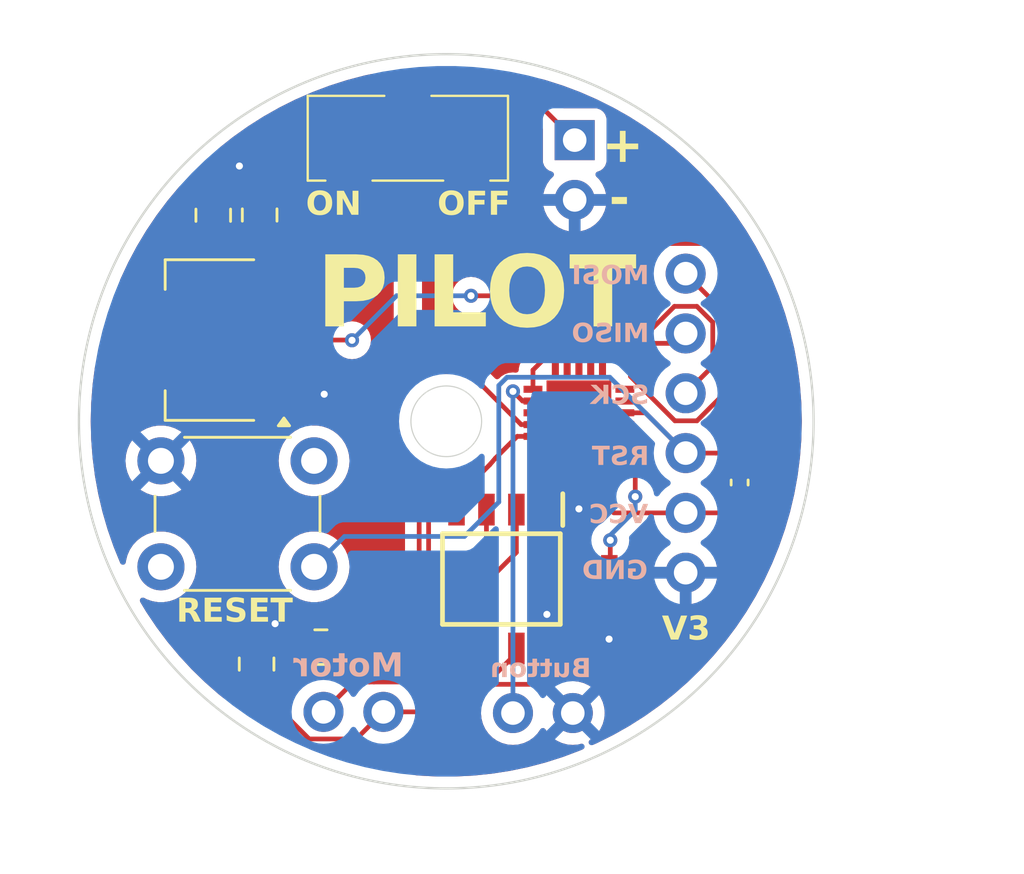
<source format=kicad_pcb>
(kicad_pcb (version 20240108) (generator "pcbnew") (generator_version "8.0")
  (layers (0 "F.Cu" signal) (31 "B.Cu" signal) (34 "B.Paste" user) (35 "F.Paste" user) (36 "B.SilkS" user "B.Silkscreen") (37 "F.SilkS" user "F.Silkscreen") (38 "B.Mask" user) (39 "F.Mask" user) (44 "Edge.Cuts" user))
  (net 0 "")
  (net 1 "GND")
  (net 2 "RIN")
  (net 3 "FIN")
  (net 4 "VCC")
  (net 5 "VCCQ")
  (net 8 "Net-(ATTINY44A1-PA6_(PCINT6{slash}OC1A{slash}SDA{slash}MOSI{slash}DI{slash}ADC6))")
  (net 12 "Net-(ATTINY44A1-PB0_(PCINT8{slash}XTAL1{slash}CLKI))")
  (net 15 "Net-(ATTINY44A1-PA5_(ADC5{slash}DO{slash}MISO{slash}OC1B{slash}PCINT5))")
  (net 17 "Net-(ATTINY44A1-PB3_(PCINT11{slash}~{RESET}{slash}DW))")
  (net 18 "Net-(ATTINY44A1-(ADC4{slash}USCK{slash}SCL{slash}T1{slash}PCINT4)_PA4)")
  (net 22 "Net-(BATT1-+)")
  (net 23 "Net-(H-Bridge1-OUT1)")
  (net 24 "Net-(H-Bridge1-OUT2)")
  (net 25 "NC")
  (net 26 "Net-(ATTINY44A1-(ADC3{slash}T0{slash}PCINT3)_PA3)")
  (footprint "Capacitor_SMD:C_0805_2012Metric" (layer "F.Cu") (at 39.71 54.43 -90)
    (property "Reference" "C4" (hide yes))
    (property "Value" "0.1 uF")
    (fp_line (start -0.261252 0.735) (end 0.261252 0.735) (stroke (width 0.12)) (layer "F.SilkS"))
    (fp_line (start -0.261252 -0.735) (end 0.261252 -0.735) (stroke (width 0.12)) (layer "F.SilkS"))
    (pad "1" smd roundrect (at -0.95 0 270) (size 1 1.45) (layers "F.Cu" "F.Paste" "F.Mask") (net 1 "GND"))
    (pad "2" smd roundrect (at 0.95 0 270) (size 1 1.45) (layers "F.Cu" "F.Paste" "F.Mask") (net 23 "Net-(H-Bridge1-OUT1)"))
  )
  (footprint "CustomParts:Green led" (layer "F.Cu") (at 54.68 51.2 90)
    (property "Reference" "LED1" (hide yes))
    (property "Value" "LED" (hide yes))
    (pad "1" smd rect (at -0.9 0 180) (size 0.7 1) (layers "F.Cu" "F.Paste" "F.Mask") (net 1 "GND"))
    (pad "2" smd rect (at 0.9 0 180) (size 0.7 1) (layers "F.Cu" "F.Paste" "F.Mask") (net 12 "Net-(ATTINY44A1-PB0_(PCINT8{slash}XTAL1{slash}CLKI))"))
  )
  (footprint "Connector_PinHeader_2.54mm:PinHeader_1x06_P2.54mm_Vertical" (layer "F.Cu") (at 57.92 37.85)
    (property "Reference" "Programming-Pins1" (hide yes))
    (property "Value" "Conn_01x06_Socket" (hide yes))
    (pad "1" thru_hole circle (at 0 0) (size 1.7 1.7) (drill 1) (layers "*.Cu" "*.Mask") (net 8 "Net-(ATTINY44A1-PA6_(PCINT6{slash}OC1A{slash}SDA{slash}MOSI{slash}DI{slash}ADC6))"))
    (pad "2" thru_hole oval (at 0 2.54) (size 1.7 1.7) (drill 1) (layers "*.Cu" "*.Mask") (net 15 "Net-(ATTINY44A1-PA5_(ADC5{slash}DO{slash}MISO{slash}OC1B{slash}PCINT5))"))
    (pad "3" thru_hole oval (at 0 5.08) (size 1.7 1.7) (drill 1) (layers "*.Cu" "*.Mask") (net 18 "Net-(ATTINY44A1-(ADC4{slash}USCK{slash}SCL{slash}T1{slash}PCINT4)_PA4)"))
    (pad "4" thru_hole oval (at 0 7.62) (size 1.7 1.7) (drill 1) (layers "*.Cu" "*.Mask") (net 17 "Net-(ATTINY44A1-PB3_(PCINT11{slash}~{RESET}{slash}DW))"))
    (pad "5" thru_hole oval (at 0 10.16) (size 1.7 1.7) (drill 1) (layers "*.Cu" "*.Mask") (net 4 "VCC"))
    (pad "6" thru_hole oval (at 0 12.7) (size 1.7 1.7) (drill 1) (layers "*.Cu" "*.Mask") (net 1 "GND"))
  )
  (footprint "Capacitor_SMD:C_0805_2012Metric" (layer "F.Cu") (at 37.87 35.37 -90)
    (property "Reference" "C2" (hide yes))
    (property "Value" "0.1uF")
    (fp_line (start -0.261252 0.735) (end 0.261252 0.735) (stroke (width 0.12)) (layer "F.SilkS"))
    (fp_line (start -0.261252 -0.735) (end 0.261252 -0.735) (stroke (width 0.12)) (layer "F.SilkS"))
    (pad "1" smd roundrect (at -0.95 0 270) (size 1 1.45) (layers "F.Cu" "F.Paste" "F.Mask") (net 1 "GND"))
    (pad "2" smd roundrect (at 0.95 0 270) (size 1 1.45) (layers "F.Cu" "F.Paste" "F.Mask") (net 4 "VCC"))
  )
  (footprint "Capacitor_SMD:C_0805_2012Metric" (layer "F.Cu") (at 39.84 35.36 90)
    (property "Reference" "C1" (hide yes))
    (property "Value" "0.1uF" (hide yes))
    (fp_line (start -0.261252 -0.735) (end 0.261252 -0.735) (stroke (width 0.12)) (layer "F.SilkS"))
    (fp_line (start -0.261252 0.735) (end 0.261252 0.735) (stroke (width 0.12)) (layer "F.SilkS"))
    (pad "1" smd roundrect (at -0.95 0 90) (size 1 1.45) (layers "F.Cu" "F.Paste" "F.Mask") (net 5 "VCCQ"))
    (pad "2" smd roundrect (at 0.95 0 90) (size 1 1.45) (layers "F.Cu" "F.Paste" "F.Mask") (net 1 "GND"))
  )
  (footprint "CustomParts:JS102011JCQN" (layer "F.Cu") (at 46.13 32.4)
    (property "Reference" "S1" (hide yes))
    (property "Value" "JS102011JCQN" (hide yes))
    (fp_line (start -4.25 -2.1) (end -1 -2.1) (stroke (width 0.1)) (layer "F.SilkS"))
    (fp_line (start -4.25 1.5) (end -4.25 -2.1) (stroke (width 0.1)) (layer "F.SilkS"))
    (fp_line (start -3.5 1.5) (end -4.25 1.5) (stroke (width 0.1)) (layer "F.SilkS"))
    (fp_line (start -1.5 1.5) (end 1.5 1.5) (stroke (width 0.1)) (layer "F.SilkS"))
    (fp_line (start 1 -2.1) (end 4.25 -2.1) (stroke (width 0.1)) (layer "F.SilkS"))
    (fp_line (start 4.25 -2.1) (end 4.25 1.5) (stroke (width 0.1)) (layer "F.SilkS"))
    (fp_line (start 4.25 1.5) (end 3.5 1.5) (stroke (width 0.1)) (layer "F.SilkS"))
    (pad "1" smd rect (at -2.5 0.9) (size 1 1.6) (layers "F.Cu" "F.Paste" "F.Mask") (net 22 "Net-(BATT1-+)"))
    (pad "2" smd rect (at 0 -1.5) (size 1 1.6) (layers "F.Cu" "F.Paste" "F.Mask") (net 5 "VCCQ"))
    (pad "3" smd rect (at 2.5 0.9) (size 1 1.6) (layers "F.Cu" "F.Paste" "F.Mask") (net 25 "NC"))
  )
  (footprint "Connector_PinSocket_2.54mm:PinSocket_1x02_P2.54mm_Vertical" (layer "F.Cu") (at 53.13 56.51 -90)
    (property "Reference" "button1" (hide yes))
    (property "Value" "SW_Push")
    (pad "1" thru_hole circle (at 0 0 270) (size 1.7 1.7) (drill 1) (layers "*.Cu" "*.Mask") (net 1 "GND"))
    (pad "2" thru_hole oval (at 0 2.54 270) (size 1.7 1.7) (drill 1) (layers "*.Cu" "*.Mask") (net 26 "Net-(ATTINY44A1-(ADC3{slash}T0{slash}PCINT3)_PA3)"))
  )
  (footprint "Button_Switch_THT:SW_PUSH_6mm" (layer "F.Cu") (at 35.65 45.8)
    (property "Reference" "button2" (hide yes))
    (property "Value" "SW_Push" (hide yes))
    (fp_line (start -0.25 1.5) (end -0.25 3) (stroke (width 0.12)) (layer "F.SilkS"))
    (fp_line (start 1 5.5) (end 5.5 5.5) (stroke (width 0.12)) (layer "F.SilkS"))
    (fp_line (start 5.5 -1) (end 1 -1) (stroke (width 0.12)) (layer "F.SilkS"))
    (fp_line (start 6.75 3) (end 6.75 1.5) (stroke (width 0.12)) (layer "F.SilkS"))
    (pad "1" thru_hole circle (at 0 0 90) (size 2 2) (drill 1.1) (layers "*.Cu" "*.Mask") (net 1 "GND"))
    (pad "1" thru_hole circle (at 6.5 0 90) (size 2 2) (drill 1.1) (layers "*.Cu" "*.Mask"))
    (pad "2" thru_hole circle (at 0 4.5 90) (size 2 2) (drill 1.1) (layers "*.Cu" "*.Mask"))
    (pad "2" thru_hole circle (at 6.5 4.5 90) (size 2 2) (drill 1.1) (layers "*.Cu" "*.Mask") (net 17 "Net-(ATTINY44A1-PB3_(PCINT11{slash}~{RESET}{slash}DW))"))
  )
  (footprint "Connector_PinSocket_2.54mm:PinSocket_1x02_P2.54mm_Vertical" (layer "F.Cu") (at 53.21 32.18)
    (property "Reference" "BATT1" (hide yes))
    (property "Value" "Battery" (hide yes))
    (pad "1" thru_hole rect (at 0 0) (size 1.7 1.7) (drill 1) (layers "*.Cu" "*.Mask") (net 22 "Net-(BATT1-+)"))
    (pad "2" thru_hole oval (at 0 2.54) (size 1.7 1.7) (drill 1) (layers "*.Cu" "*.Mask") (net 1 "GND"))
  )
  (footprint "Package_TO_SOT_SMD:SOT-223-3_TabPin2" (layer "F.Cu") (at 37.74 40.67 180)
    (property "Reference" "U2" (hide yes))
    (property "Value" "AMS1117-3.3" (hide yes))
    (fp_line (start 1.91 3.41) (end 1.91 2.15) (stroke (width 0.12)) (layer "F.SilkS"))
    (fp_line (start 1.91 -3.41) (end 1.91 -2.15) (stroke (width 0.12)) (layer "F.SilkS"))
    (fp_line (start -1.85 3.41) (end 1.91 3.41) (stroke (width 0.12)) (layer "F.SilkS"))
    (fp_line (start -1.85 -3.41) (end 1.91 -3.41) (stroke (width 0.12)) (layer "F.SilkS"))
    (fp_poly (pts (xy -3.13 -3.31) (xy -3.37 -3.64) (xy -2.89 -3.64) (xy -3.13 -3.31)) (stroke (width 0.12)) (fill solid) (layer "F.SilkS"))
    (pad "1" smd roundrect (at -3.15 -2.3 180) (size 2 1.5) (layers "F.Cu" "F.Paste" "F.Mask") (net 1 "GND"))
    (pad "2" smd roundrect (at -3.15 0 180) (size 2 1.5) (layers "F.Cu" "F.Paste" "F.Mask") (net 4 "VCC"))
    (pad "2" smd roundrect (at 3.15 0 180) (size 2 3.8) (layers "F.Cu" "F.Paste" "F.Mask"))
    (pad "3" smd roundrect (at -3.15 2.3 180) (size 2 1.5) (layers "F.Cu" "F.Paste" "F.Mask") (net 5 "VCCQ"))
  )
  (footprint "Connector_PinSocket_2.54mm:PinSocket_1x02_P2.54mm_Vertical" (layer "F.Cu") (at 42.55 56.46 90)
    (property "Reference" "Motor1" (hide yes))
    (property "Value" "1800408")
    (pad "1" thru_hole circle (at 0 0 90) (size 1.7 1.7) (drill 1) (layers "*.Cu" "*.Mask") (net 24 "Net-(H-Bridge1-OUT2)"))
    (pad "2" thru_hole oval (at 0 2.54 90) (size 1.7 1.7) (drill 1) (layers "*.Cu" "*.Mask") (net 23 "Net-(H-Bridge1-OUT1)"))
  )
  (footprint "CustomParts:ATTiny44a-MU" (layer "F.Cu") (at 53.39 43.76)
    (property "Reference" "ATTINY44A1" (hide yes))
    (property "Value" "ATTINY44A-MU" (hide yes))
    (pad "1" smd rect (at -1.95 -1 90) (size 0.3 0.8) (layers "F.Cu" "F.Paste" "F.Mask") (net 18 "Net-(ATTINY44A1-(ADC4{slash}USCK{slash}SCL{slash}T1{slash}PCINT4)_PA4)"))
    (pad "2" smd rect (at -1.95 -0.5 90) (size 0.3 0.8) (layers "F.Cu" "F.Paste" "F.Mask") (net 26 "Net-(ATTINY44A1-(ADC3{slash}T0{slash}PCINT3)_PA3)"))
    (pad "3" smd rect (at -1.95 0 90) (size 0.3 0.8) (layers "F.Cu" "F.Paste" "F.Mask"))
    (pad "4" smd rect (at -1.95 0.5 90) (size 0.3 0.8) (layers "F.Cu" "F.Paste" "F.Mask") (net 2 "RIN"))
    (pad "5" smd rect (at -1.95 1 90) (size 0.3 0.8) (layers "F.Cu" "F.Paste" "F.Mask") (net 3 "FIN"))
    (pad "6" smd rect (at -1 1.95) (size 0.3 0.8) (layers "F.Cu" "F.Paste" "F.Mask"))
    (pad "7" smd rect (at -0.5 1.95) (size 0.3 0.8) (layers "F.Cu" "F.Paste" "F.Mask"))
    (pad "8" smd rect (at 0 1.95) (size 0.3 0.8) (layers "F.Cu" "F.Paste" "F.Mask") (net 1 "GND"))
    (pad "9" smd rect (at 0.5 1.95) (size 0.3 0.8) (layers "F.Cu" "F.Paste" "F.Mask") (net 4 "VCC"))
    (pad "10" smd rect (at 1 1.95) (size 0.3 0.8) (layers "F.Cu" "F.Paste" "F.Mask"))
    (pad "11" smd rect (at 1.95 1 90) (size 0.3 0.8) (layers "F.Cu" "F.Paste" "F.Mask") (net 12 "Net-(ATTINY44A1-PB0_(PCINT8{slash}XTAL1{slash}CLKI))"))
    (pad "12" smd rect (at 1.95 0.5 90) (size 0.3 0.8) (layers "F.Cu" "F.Paste" "F.Mask"))
    (pad "13" smd rect (at 1.95 0 90) (size 0.3 0.8) (layers "F.Cu" "F.Paste" "F.Mask") (net 17 "Net-(ATTINY44A1-PB3_(PCINT11{slash}~{RESET}{slash}DW))"))
    (pad "14" smd rect (at 1.95 -0.5 90) (size 0.3 0.8) (layers "F.Cu" "F.Paste" "F.Mask"))
    (pad "15" smd rect (at 1.95 -1 90) (size 0.3 0.8) (layers "F.Cu" "F.Paste" "F.Mask"))
    (pad "16" smd rect (at 1 -1.95) (size 0.3 0.8) (layers "F.Cu" "F.Paste" "F.Mask") (net 8 "Net-(ATTINY44A1-PA6_(PCINT6{slash}OC1A{slash}SDA{slash}MOSI{slash}DI{slash}ADC6))"))
    (pad "17" smd rect (at 0.5 -1.95) (size 0.3 0.8) (layers "F.Cu" "F.Paste" "F.Mask"))
    (pad "18" smd rect (at 0 -1.95) (size 0.3 0.8) (layers "F.Cu" "F.Paste" "F.Mask"))
    (pad "19" smd rect (at -0.5 -1.95) (size 0.3 0.8) (layers "F.Cu" "F.Paste" "F.Mask"))
    (pad "20" smd rect (at -1 -1.95) (size 0.3 0.8) (layers "F.Cu" "F.Paste" "F.Mask") (net 15 "Net-(ATTINY44A1-PA5_(ADC5{slash}DO{slash}MISO{slash}OC1B{slash}PCINT5))"))
    (pad "21" smd rect (at 0 0) (size 2.75 2.75) (layers "F.Cu" "F.Paste" "F.Mask"))
  )
  (footprint "CustomParts:SOIC127P620X171-8N" (layer "F.Cu") (at 50.1 50.82 -90)
    (property "Reference" "H-Bridge1" (hide yes))
    (property "Value" "BD6221F-E2" (hide yes))
    (fp_line (start -1.925 2.5) (end -1.925 -2.5) (stroke (width 0.2)) (layer "F.SilkS"))
    (fp_line (start 1.925 2.5) (end -1.925 2.5) (stroke (width 0.2)) (layer "F.SilkS"))
    (fp_line (start -1.925 -2.5) (end 1.925 -2.5) (stroke (width 0.2)) (layer "F.SilkS"))
    (fp_line (start 1.925 -2.5) (end 1.925 2.5) (stroke (width 0.2)) (layer "F.SilkS"))
    (fp_line (start -3.625 -2.605) (end -2.275 -2.605) (stroke (width 0.2)) (layer "F.SilkS"))
    (pad "1" smd rect (at -2.95 -1.905) (size 0.7 1.35) (layers "F.Cu" "F.Paste" "F.Mask") (net 23 "Net-(H-Bridge1-OUT1)"))
    (pad "2" smd rect (at -2.95 -0.635) (size 0.7 1.35) (layers "F.Cu" "F.Paste" "F.Mask") (net 5 "VCCQ"))
    (pad "3" smd rect (at -2.95 0.635) (size 0.7 1.35) (layers "F.Cu" "F.Paste" "F.Mask") (net 5 "VCCQ"))
    (pad "4" smd rect (at -2.95 1.905) (size 0.7 1.35) (layers "F.Cu" "F.Paste" "F.Mask") (net 3 "FIN"))
    (pad "5" smd rect (at 2.95 1.905) (size 0.7 1.35) (layers "F.Cu" "F.Paste" "F.Mask") (net 2 "RIN"))
    (pad "6" smd rect (at 2.95 0.635) (size 0.7 1.35) (layers "F.Cu" "F.Paste" "F.Mask") (net 5 "VCCQ"))
    (pad "7" smd rect (at 2.95 -0.635) (size 0.7 1.35) (layers "F.Cu" "F.Paste" "F.Mask") (net 24 "Net-(H-Bridge1-OUT2)"))
    (pad "8" smd rect (at 2.95 -1.905) (size 0.7 1.35) (layers "F.Cu" "F.Paste" "F.Mask") (net 1 "GND"))
  )
  (footprint "Capacitor_SMD:C_0805_2012Metric" (layer "F.Cu") (at 42.44 53.71 180)
    (property "Reference" "C3" (hide yes))
    (property "Value" "0.1 uF")
    (fp_line (start -0.261252 0.735) (end 0.261252 0.735) (stroke (width 0.12)) (layer "F.SilkS"))
    (fp_line (start -0.261252 -0.735) (end 0.261252 -0.735) (stroke (width 0.12)) (layer "F.SilkS"))
    (pad "1" smd roundrect (at -0.95 0 180) (size 1 1.45) (layers "F.Cu" "F.Paste" "F.Mask") (net 24 "Net-(H-Bridge1-OUT2)"))
    (pad "2" smd roundrect (at 0.95 0 180) (size 1 1.45) (layers "F.Cu" "F.Paste" "F.Mask") (net 1 "GND"))
  )
  (footprint "Capacitor_SMD:C_0402_1005Metric" (layer "F.Cu") (at 60.21 46.72 90)
    (property "Reference" "R1" (hide yes))
    (property "Value" "100k")
    (fp_line (start -0.107836 -0.36) (end 0.107836 -0.36) (stroke (width 0.12)) (layer "F.SilkS"))
    (fp_line (start -0.107836 0.36) (end 0.107836 0.36) (stroke (width 0.12)) (layer "F.SilkS"))
    (pad "1" smd roundrect (at -0.48 0 90) (size 0.56 0.62) (layers "F.Cu" "F.Paste" "F.Mask") (net 4 "VCC"))
    (pad "2" smd roundrect (at 0.48 0 90) (size 0.56 0.62) (layers "F.Cu" "F.Paste" "F.Mask") (net 17 "Net-(ATTINY44A1-PB3_(PCINT11{slash}~{RESET}{slash}DW))"))
  )
  (gr_circle (center 47.76 44.12) (end 63.35 44.12) (stroke (width 0.1)) (fill none) (layer "Edge.Cuts"))
  (gr_circle (center 47.76 44.12) (end 49.26 44.12) (stroke (width 0.05)) (fill none) (layer "Edge.Cuts"))
  (gr_text "Motor" (at 45.94 55.12 0) (layer "B.SilkS") (effects (font (size 1 1) (thickness 0.1)) (justify left bottom mirror)))
  (gr_text "SCK" (at 56.37 43.52 0) (layer "B.SilkS") (effects (font (size 0.8 0.8) (thickness 0.06) (bold yes)) (justify left bottom mirror)))
  (gr_text "MOSI" (at 56.37 38.43 0) (layer "B.SilkS") (effects (font (size 0.8 0.8) (thickness 0.06) (bold yes)) (justify left bottom mirror)))
  (gr_text "VCC" (at 56.33 48.58 0) (layer "B.SilkS") (effects (font (size 0.8 0.8) (thickness 0.06) (bold yes)) (justify left bottom mirror)))
  (gr_text "Button" (at 53.91 55.12 0) (layer "B.SilkS") (effects (font (size 0.8 0.8) (thickness 0.125) (bold yes)) (justify left bottom mirror)))
  (gr_text "RST" (at 56.37 46.11 0) (layer "B.SilkS") (effects (font (size 0.8 0.8) (thickness 0.06) (bold yes)) (justify left bottom mirror)))
  (gr_text "GND\n\n" (at 56.31 52.3 0) (layer "B.SilkS") (effects (font (size 0.8 0.8) (thickness 0.06) (bold yes)) (justify left bottom mirror)))
  (gr_text "MISO" (at 56.37 40.89 0) (layer "B.SilkS") (effects (font (size 0.8 0.8) (thickness 0.06) (bold yes)) (justify left bottom mirror)))
  (gr_text "ON\n" (at 41.8 35.52 0) (layer "F.SilkS") (effects (font (size 1 1) (thickness 0.25) (bold yes)) (justify left bottom)))
  (gr_text "+" (at 54.37 33.36 0) (layer "F.SilkS") (effects (font (size 1.5 1.5) (thickness 0.0625)) (justify left bottom)))
  (gr_text "OFF" (at 47.38 35.52 0) (layer "F.SilkS") (effects (font (size 1 1) (thickness 0.25) (bold yes)) (justify left bottom)))
  (gr_text "V3" (at 56.91 53.56 0) (layer "F.SilkS") (effects (font (size 1 1) (thickness 0.1)) (justify left bottom)))
  (gr_text "PILOT" (at 42.24 40.6 0) (layer "F.SilkS") (effects (font (size 3 3) (thickness 0.25) (bold yes)) (justify left bottom)))
  (gr_text "RESET" (at 36.3 52.8 0) (layer "F.SilkS") (effects (font (size 1 1) (thickness 0.25) (bold yes)) (justify left bottom)))
  (gr_text "-\n" (at 54.67 35.6 0) (layer "F.SilkS") (effects (font (size 1.5 1.5) (thickness 0.0625)) (justify left bottom)))
  (segment (start 40.495 52.715) (end 40.475 52.715) (width 0.2) (layer "F.Cu") (net 1))
  (segment (start 53.39 47.84) (end 53.39 45.71) (width 0.2) (layer "F.Cu") (net 1))
  (segment (start 54.67 53.37) (end 54.68 53.36) (width 0.2) (layer "F.Cu") (net 1))
  (segment (start 52.005 52.345) (end 52.03 52.32) (width 0.2) (layer "F.Cu") (net 1))
  (segment (start 40.475 52.715) (end 39.71 53.48) (width 0.2) (layer "F.Cu") (net 1))
  (segment (start 37.84 34.2) (end 37.88 34.2) (width 0.2) (layer "F.Cu") (net 1))
  (segment (start 54.68 53.36) (end 54.68 52.1) (width 0.2) (layer "F.Cu") (net 1))
  (segment (start 38.98 33.28) (end 38.32 33.28) (width 0.2) (layer "F.Cu") (net 1))
  (segment (start 40.495 52.715) (end 41.49 53.71) (width 0.2) (layer "F.Cu") (net 1))
  (segment (start 52.005 53.77) (end 52.005 52.345) (width 0.2) (layer "F.Cu") (net 1))
  (segment (start 37.87 33.73) (end 37.87 34.42) (width 0.2) (layer "F.Cu") (net 1))
  (segment (start 39.84 34.14) (end 39.84 34.41) (width 0.2) (layer "F.Cu") (net 1))
  (segment (start 38.32 33.28) (end 37.87 33.73) (width 0.2) (layer "F.Cu") (net 1))
  (segment (start 42.58 42.97) (end 40.89 42.97) (width 0.2) (layer "F.Cu") (net 1))
  (segment (start 38.98 33.28) (end 39.84 34.14) (width 0.2) (layer "F.Cu") (net 1))
  (via blind (at 42.58 42.97) (size 0.6) (drill 0.3) (layers "F.Cu" "B.Cu") (net 1))
  (via blind (at 52.03 52.32) (size 0.6) (drill 0.3) (layers "F.Cu" "B.Cu") (net 1))
  (via blind (at 54.67 53.37) (size 0.6) (drill 0.3) (layers "F.Cu" "B.Cu") (net 1))
  (via blind (at 38.98 33.28) (size 0.6) (drill 0.3) (layers "F.Cu" "B.Cu") (net 1))
  (via blind (at 40.495 52.715) (size 0.6) (drill 0.3) (layers "F.Cu" "B.Cu") (net 1))
  (via blind (at 53.39 47.84) (size 0.6) (drill 0.3) (layers "F.Cu" "B.Cu") (net 1))
  (segment (start 48.195 53.77) (end 47.01 52.585) (width 0.2) (layer "F.Cu") (net 2))
  (segment (start 48.690356 42.010356) (end 50.94 44.26) (width 0.2) (layer "F.Cu") (net 2))
  (segment (start 45.57 45.11) (end 45.57 43.26) (width 0.2) (layer "F.Cu") (net 2))
  (segment (start 47.01 46.55) (end 45.57 45.11) (width 0.2) (layer "F.Cu") (net 2))
  (segment (start 45.57 43.26) (end 46.819644 42.010356) (width 0.2) (layer "F.Cu") (net 2))
  (segment (start 47.01 52.585) (end 47.01 46.55) (width 0.2) (layer "F.Cu") (net 2))
  (segment (start 50.94 44.26) (end 51.44 44.26) (width 0.2) (layer "F.Cu") (net 2))
  (segment (start 46.819644 42.010356) (end 48.690356 42.010356) (width 0.2) (layer "F.Cu") (net 2))
  (segment (start 48.195 47.87) (end 48.195 47.374824) (width 0.2) (layer "F.Cu") (net 3))
  (segment (start 50.772266 44.76) (end 51.44 44.76) (width 0.2) (layer "F.Cu") (net 3))
  (segment (start 48.195 47.374824) (end 49.604912 45.964912) (width 0.2) (layer "F.Cu") (net 3))
  (segment (start 49.604912 45.964912) (end 49.848691 45.683575) (width 0.2) (layer "F.Cu") (net 3))
  (segment (start 49.848691 45.683575) (end 50.772266 44.76) (width 0.2) (layer "F.Cu") (net 3))
  (segment (start 58.86 36.57) (end 60.82 38.53) (width 0.2) (layer "F.Cu") (net 4))
  (segment (start 60.21 47.2) (end 59.4 48.01) (width 0.2) (layer "F.Cu") (net 4))
  (segment (start 60.82 38.53) (end 60.82 46.59) (width 0.2) (layer "F.Cu") (net 4))
  (segment (start 59.4 48.01) (end 57.92 48.01) (width 0.2) (layer "F.Cu") (net 4))
  (segment (start 53.89 45.71) (end 53.89 47.024314) (width 0.2) (layer "F.Cu") (net 4))
  (segment (start 53.89 47.024314) (end 54.875686 48.01) (width 0.2) (layer "F.Cu") (net 4))
  (segment (start 54.875686 48.01) (end 57.92 48.01) (width 0.2) (layer "F.Cu") (net 4))
  (segment (start 43.76 40.68) (end 43.75 40.67) (width 0.2) (layer "F.Cu") (net 4))
  (segment (start 48.81 38.79) (end 54.81 38.79) (width 0.2) (layer "F.Cu") (net 4))
  (segment (start 57.03 36.57) (end 58.86 36.57) (width 0.2) (layer "F.Cu") (net 4))
  (segment (start 60.82 46.59) (end 60.21 47.2) (width 0.2) (layer "F.Cu") (net 4))
  (segment (start 40.89 40.67) (end 37.87 37.65) (width 0.2) (layer "F.Cu") (net 4))
  (segment (start 37.87 37.65) (end 37.87 36.32) (width 0.2) (layer "F.Cu") (net 4))
  (segment (start 43.75 40.67) (end 40.89 40.67) (width 0.2) (layer "F.Cu") (net 4))
  (segment (start 54.81 38.79) (end 57.03 36.57) (width 0.2) (layer "F.Cu") (net 4))
  (via blind (at 43.76 40.68) (size 0.6) (drill 0.3) (layers "F.Cu" "B.Cu") (net 4))
  (via blind (at 48.81 38.79) (size 0.6) (drill 0.3) (layers "F.Cu" "B.Cu") (net 4))
  (segment (start 48.81 38.79) (end 45.65 38.79) (width 0.2) (layer "B.Cu") (net 4))
  (segment (start 45.65 38.79) (end 43.76 40.68) (width 0.2) (layer "B.Cu") (net 4))
  (segment (start 43.76 40.68) (end 43.77 40.67) (width 0.2) (layer "B.Cu") (net 4))
  (segment (start 49.465 50.96) (end 50.735 49.69) (width 0.2) (layer "F.Cu") (net 5))
  (segment (start 49.465 54.095) (end 49.465 53.77) (width 0.2) (layer "F.Cu") (net 5))
  (segment (start 47.59 54.79) (end 48.77 54.79) (width 0.2) (layer "F.Cu") (net 5))
  (segment (start 45.17 45.275686) (end 46.61 46.715686) (width 0.2) (layer "F.Cu") (net 5))
  (segment (start 46.61 46.715686) (end 46.61 53.81) (width 0.2) (layer "F.Cu") (net 5))
  (segment (start 49.465 51.07) (end 49.465 50.96) (width 0.2) (layer "F.Cu") (net 5))
  (segment (start 46.13 42.134314) (end 45.17 43.094314) (width 0.2) (layer "F.Cu") (net 5))
  (segment (start 40.89 38.37) (end 40.62 38.37) (width 0.2) (layer "F.Cu") (net 5))
  (segment (start 46.13 33.9) (end 46.13 35.35) (width 0.2) (layer "F.Cu") (net 5))
  (segment (start 50.735 49.69) (end 50.735 47.87) (width 0.2) (layer "F.Cu") (net 5))
  (segment (start 46.13 35.35) (end 43.11 38.37) (width 0.2) (layer "F.Cu") (net 5))
  (segment (start 48.77 54.79) (end 49.465 54.095) (width 0.2) (layer "F.Cu") (net 5))
  (segment (start 49.465 51.07) (end 49.465 47.87) (width 0.2) (layer "F.Cu") (net 5))
  (segment (start 45.17 43.094314) (end 45.17 45.275686) (width 0.2) (layer "F.Cu") (net 5))
  (segment (start 49.465 53.77) (end 49.465 51.07) (width 0.2) (layer "F.Cu") (net 5))
  (segment (start 46.13 33.9) (end 46.13 42.134314) (width 0.2) (layer "F.Cu") (net 5))
  (segment (start 40.62 38.37) (end 39.84 37.59) (width 0.2) (layer "F.Cu") (net 5))
  (segment (start 46.13 30.9) (end 46.13 33.9) (width 0.2) (layer "F.Cu") (net 5))
  (segment (start 43.11 38.37) (end 40.89 38.37) (width 0.2) (layer "F.Cu") (net 5))
  (segment (start 39.84 37.59) (end 39.84 36.31) (width 0.2) (layer "F.Cu") (net 5))
  (segment (start 46.61 53.81) (end 47.59 54.79) (width 0.2) (layer "F.Cu") (net 5))
  (segment (start 54.68 41.21) (end 55.16 41.21) (width 0.2) (layer "F.Cu") (net 8))
  (segment (start 59.47 39.4) (end 57.92 37.85) (width 0.2) (layer "F.Cu") (net 8))
  (segment (start 55.16 41.21) (end 55.58 41.63) (width 0.2) (layer "F.Cu") (net 8))
  (segment (start 55.58 41.63) (end 55.58 42.216346) (width 0.2) (layer "F.Cu") (net 8))
  (segment (start 58.4 44.1) (end 59.47 43.03) (width 0.2) (layer "F.Cu") (net 8))
  (segment (start 54.39 41.5) (end 54.68 41.21) (width 0.2) (layer "F.Cu") (net 8))
  (segment (start 59.47 43.03) (end 59.47 39.4) (width 0.2) (layer "F.Cu") (net 8))
  (segment (start 55.58 42.216346) (end 57.463654 44.1) (width 0.2) (layer "F.Cu") (net 8))
  (segment (start 57.463654 44.1) (end 58.4 44.1) (width 0.2) (layer "F.Cu") (net 8))
  (segment (start 54.39 41.81) (end 54.39 41.5) (width 0.2) (layer "F.Cu") (net 8))
  (segment (start 55.78 45) (end 55.78 47.32) (width 0.2) (layer "F.Cu") (net 12))
  (segment (start 54.72 49.17) (end 54.72 50.75) (width 0.2) (layer "F.Cu") (net 12))
  (segment (start 55.54 44.76) (end 55.78 45) (width 0.2) (layer "F.Cu") (net 12))
  (segment (start 55.34 44.76) (end 55.54 44.76) (width 0.2) (layer "F.Cu") (net 12))
  (segment (start 54.72 50.75) (end 54.7 50.77) (width 0.2) (layer "F.Cu") (net 12))
  (via blind (at 55.78 47.32) (size 0.6) (drill 0.3) (layers "F.Cu" "B.Cu") (net 12))
  (via blind (at 54.72 49.17) (size 0.6) (drill 0.3) (layers "F.Cu" "B.Cu") (net 12))
  (segment (start 55.78 47.9) (end 55.78 47.32) (width 0.2) (layer "B.Cu") (net 12))
  (segment (start 54.72 49.17) (end 54.72 48.96) (width 0.2) (layer "B.Cu") (net 12))
  (segment (start 54.72 48.96) (end 55.78 47.9) (width 0.2) (layer "B.Cu") (net 12))
  (segment (start 52.39 41.81) (end 52.39 41.56) (width 0.2) (layer "F.Cu") (net 15))
  (segment (start 57.5 40.81) (end 57.92 40.39) (width 0.2) (layer "F.Cu") (net 15))
  (segment (start 52.39 41.56) (end 53.14 40.81) (width 0.2) (layer "F.Cu") (net 15))
  (segment (start 53.14 40.81) (end 57.5 40.81) (width 0.2) (layer "F.Cu") (net 15))
  (segment (start 57.445 40.545) (end 58.02 41.12) (width 0.2) (layer "F.Cu") (net 15))
  (segment (start 60.21 46.24) (end 59.44 45.47) (width 0.2) (layer "F.Cu") (net 17))
  (segment (start 59.44 45.47) (end 59.2 45.47) (width 0.2) (layer "F.Cu") (net 17))
  (segment (start 55.34 43.76) (end 56.21 43.76) (width 0.2) (layer "F.Cu") (net 17))
  (segment (start 56.21 43.76) (end 57.92 45.47) (width 0.2) (layer "F.Cu") (net 17))
  (segment (start 57.92 45.47) (end 59.2 45.47) (width 0.2) (layer "F.Cu") (net 17))
  (segment (start 50.34 42.25) (end 49.99 42.6) (width 0.2) (layer "B.Cu") (net 17))
  (segment (start 49.99 42.6) (end 49.99 47.55) (width 0.2) (layer "B.Cu") (net 17))
  (segment (start 57.92 45.47) (end 54.7 42.25) (width 0.2) (layer "B.Cu") (net 17))
  (segment (start 49.99 47.55) (end 48.53 49.01) (width 0.2) (layer "B.Cu") (net 17))
  (segment (start 48.53 49.01) (end 43.44 49.01) (width 0.2) (layer "B.Cu") (net 17))
  (segment (start 54.7 42.25) (end 50.34 42.25) (width 0.2) (layer "B.Cu") (net 17))
  (segment (start 43.44 49.01) (end 42.15 50.3) (width 0.2) (layer "B.Cu") (net 17))
  (segment (start 51.44 42.76) (end 51.44 41.944315) (width 0.2) (layer "F.Cu") (net 18))
  (segment (start 58.396346 39.24) (end 59.07 39.913654) (width 0.2) (layer "F.Cu") (net 18))
  (segment (start 59.07 41.78) (end 57.92 42.93) (width 0.2) (layer "F.Cu") (net 18))
  (segment (start 52.974315 40.41) (end 56.273654 40.41) (width 0.2) (layer "F.Cu") (net 18))
  (segment (start 56.273654 40.41) (end 57.443654 39.24) (width 0.2) (layer "F.Cu") (net 18))
  (segment (start 59.07 39.913654) (end 59.07 41.78) (width 0.2) (layer "F.Cu") (net 18))
  (segment (start 51.44 41.944315) (end 52.974315 40.41) (width 0.2) (layer "F.Cu") (net 18))
  (segment (start 57.443654 39.24) (end 58.396346 39.24) (width 0.2) (layer "F.Cu") (net 18))
  (segment (start 45.33 29.8) (end 43.63 31.5) (width 0.2) (layer "F.Cu") (net 22))
  (segment (start 43.63 31.5) (end 43.63 33.3) (width 0.2) (layer "F.Cu") (net 22))
  (segment (start 50.83 29.8) (end 45.33 29.8) (width 0.2) (layer "F.Cu") (net 22))
  (segment (start 53.21 32.18) (end 50.83 29.8) (width 0.2) (layer "F.Cu") (net 22))
  (segment (start 45.09 56.46) (end 43.94 57.61) (width 0.2) (layer "F.Cu") (net 23))
  (segment (start 52.05 55.29) (end 49.432081 55.29) (width 0.2) (layer "F.Cu") (net 23))
  (segment (start 41.94 57.61) (end 39.71 55.38) (width 0.2) (layer "F.Cu") (net 23))
  (segment (start 48.262081 56.46) (end 45.09 56.46) (width 0.2) (layer "F.Cu") (net 23))
  (segment (start 52.005 47.87) (end 52.655 48.52) (width 0.2) (layer "F.Cu") (net 23))
  (segment (start 43.94 57.61) (end 41.94 57.61) (width 0.2) (layer "F.Cu") (net 23))
  (segment (start 52.655 54.685) (end 52.05 55.29) (width 0.2) (layer "F.Cu") (net 23))
  (segment (start 49.432081 55.29) (end 48.262081 56.46) (width 0.2) (layer "F.Cu") (net 23))
  (segment (start 52.655 48.52) (end 52.655 54.685) (width 0.2) (layer "F.Cu") (net 23))
  (segment (start 44.69 55.19) (end 44.5 55.19) (width 0.2) (layer "F.Cu") (net 24))
  (segment (start 43.39 53.71) (end 43.95 54.27) (width 0.2) (layer "F.Cu") (net 24))
  (segment (start 48.935685 55.19) (end 44.69 55.19) (width 0.2) (layer "F.Cu") (net 24))
  (segment (start 43.82 55.19) (end 42.55 56.46) (width 0.2) (layer "F.Cu") (net 24))
  (segment (start 44.5 55.19) (end 43.82 55.19) (width 0.2) (layer "F.Cu") (net 24))
  (segment (start 50.735 53.97) (end 49.885 54.82) (width 0.2) (layer "F.Cu") (net 24))
  (segment (start 43.95 55.06) (end 43.82 55.19) (width 0.2) (layer "F.Cu") (net 24))
  (segment (start 49.305686 54.82) (end 48.935685 55.19) (width 0.2) (layer "F.Cu") (net 24))
  (segment (start 43.95 54.27) (end 43.95 55.06) (width 0.2) (layer "F.Cu") (net 24))
  (segment (start 49.885 54.82) (end 49.305686 54.82) (width 0.2) (layer "F.Cu") (net 24))
  (segment (start 50.735 53.77) (end 50.735 53.97) (width 0.2) (layer "F.Cu") (net 24))
  (segment (start 50.59 42.85) (end 51 43.26) (width 0.2) (layer "F.Cu") (net 26))
  (segment (start 50.59 42.85) (end 50.6 42.84) (width 0.2) (layer "F.Cu") (net 26))
  (segment (start 51 43.26) (end 51.44 43.26) (width 0.2) (layer "F.Cu") (net 26))
  (via blind (at 50.59 42.85) (size 0.6) (drill 0.3) (layers "F.Cu" "B.Cu") (net 26))
  (segment (start 50.59 42.85) (end 50.59 56.51) (width 0.2) (layer "B.Cu") (net 26))
  (zone (net 0) (net_name "") (layer "F.Cu") (connect_pads (clearance 0)) (min_thickness 0.25)
    (keepout (tracks allowed) (vias allowed) (pads allowed) (copperpour not_allowed) (footprints allowed))
    (fill (thermal_gap 0.5) (thermal_bridge_width 0.5) (island_removal_mode 1) (island_area_min 10))
    (polygon (pts (xy 59.31 37.62) (xy 58.88 38.42) (xy 58.81 45.14) (xy 60.07 45.51) (xy 60.8 45.3) (xy 60.89 37.92) (xy 59.33 37.53) (xy 59.29 37.66)))
  )
  (zone (net 0) (net_name "") (layer "F.Cu") (connect_pads (clearance 0)) (min_thickness 0.25)
    (keepout (tracks allowed) (vias allowed) (pads allowed) (copperpour not_allowed) (footprints allowed))
    (fill (thermal_gap 0.5) (thermal_bridge_width 0.5) (island_removal_mode 1) (island_area_min 10))
    (polygon (pts (xy 52.51 44.87) (xy 49.89 43.43) (xy 49.07 44.73) (xy 47.31 45.95) (xy 47.19 46.71) (xy 48.5 47.22) (xy 55.36 47.28) (xy 51.91 47.75) (xy 46.91 48.42) (xy 46.76 54.14) (xy 52.89 53.73) (xy 54.08 52.85) (xy 55.37 52.88) (xy 58.23 51.85) (xy 59.21 51.85) (xy 59.2 36.57) (xy 56.64 36.6) (xy 54.82 38.74) (xy 54.82 40.54) (xy 52.47 44.83)))
  )
  (zone (net 0) (net_name "") (layer "F.Cu") (priority 1) (connect_pads (clearance 0.5)) (min_thickness 0.25) (fill yes (thermal_gap 0.5) (thermal_bridge_width 0.5) (island_removal_mode 1) (island_area_min 10))
    (polygon (pts (xy 46.95 26.98) (xy 29.82 31.24) (xy 28.82 48.62) (xy 39.39 60.33) (xy 60.07 60.63) (xy 72.29 36.75) (xy 55.26 26.23)))
  )
  (zone (net 0) (net_name "") (layer "F.Cu") (connect_pads (clearance 0)) (min_thickness 0.25)
    (keepout (tracks allowed) (vias allowed) (pads allowed) (copperpour not_allowed) (footprints allowed))
    (fill (thermal_gap 0.5) (thermal_bridge_width 0.5) (island_removal_mode 1) (island_area_min 10))
    (polygon (pts (xy 43.97 54.79) (xy 40.55 53.86) (xy 38.74 56.62) (xy 40.64 57.73) (xy 43.12 58.88) (xy 46.36 59.54) (xy 46.38 55.34)))
  )
  (zone (net 1) (net_name "GND") (layer "B.Cu") (connect_pads (clearance 0.5)) (min_thickness 0.25) (fill yes (thermal_gap 0.5) (thermal_bridge_width 0.5))
    (polygon (pts (xy 59.4 32.79) (xy 62.21 35.45) (xy 64.3 41.04) (xy 64.42 46.42) (xy 65.63 49.52) (xy 63.53 52.31) (xy 62.37 55.73) (xy 57.27 62.1) (xy 52.85 63.36) (xy 41.48 62) (xy 33.74 54.79) (xy 29.93 49.93) (xy 29.64 43.29) (xy 31.76 38.41) (xy 33.27 35.79) (xy 35.5 32.01) (xy 40.26 29.21) (xy 43.98 27.96) (xy 49.01 27.62) (xy 54.54 29.01) (xy 56.84 30.02) (xy 58.36 31.71)))
  )
)
</source>
